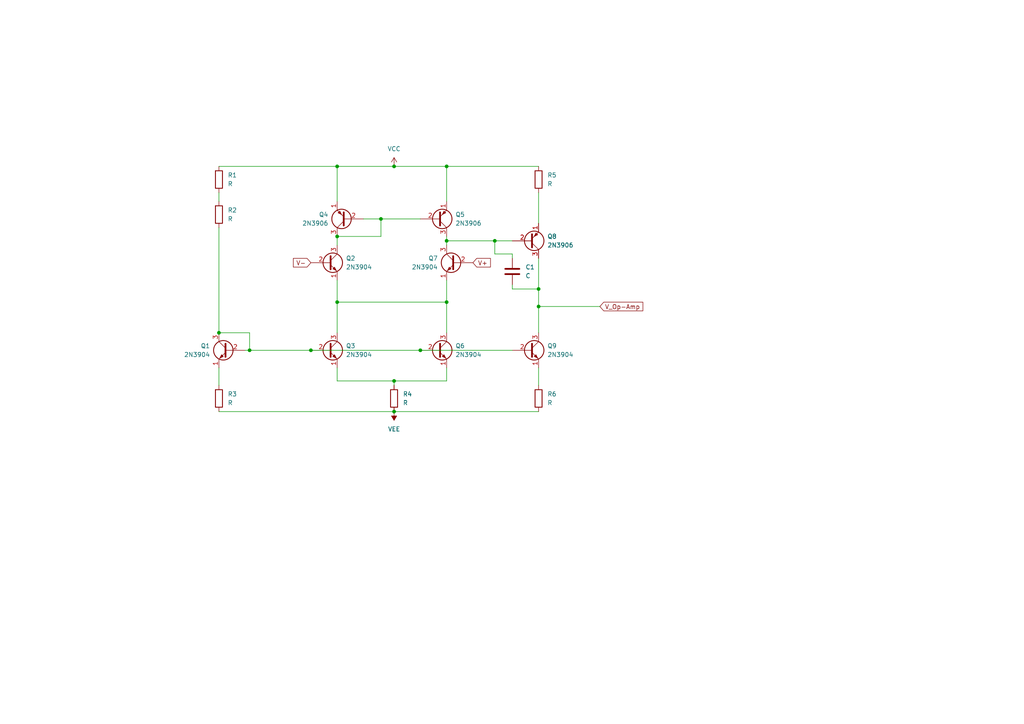
<source format=kicad_sch>
(kicad_sch
	(version 20231120)
	(generator "eeschema")
	(generator_version "8.0")
	(uuid "eed63b0f-427e-43a5-8eb2-a64b999ffa0d")
	(paper "A4")
	(lib_symbols
		(symbol "Device:C"
			(pin_numbers hide)
			(pin_names
				(offset 0.254)
			)
			(exclude_from_sim no)
			(in_bom yes)
			(on_board yes)
			(property "Reference" "C"
				(at 0.635 2.54 0)
				(effects
					(font
						(size 1.27 1.27)
					)
					(justify left)
				)
			)
			(property "Value" "C"
				(at 0.635 -2.54 0)
				(effects
					(font
						(size 1.27 1.27)
					)
					(justify left)
				)
			)
			(property "Footprint" ""
				(at 0.9652 -3.81 0)
				(effects
					(font
						(size 1.27 1.27)
					)
					(hide yes)
				)
			)
			(property "Datasheet" "~"
				(at 0 0 0)
				(effects
					(font
						(size 1.27 1.27)
					)
					(hide yes)
				)
			)
			(property "Description" "Unpolarized capacitor"
				(at 0 0 0)
				(effects
					(font
						(size 1.27 1.27)
					)
					(hide yes)
				)
			)
			(property "ki_keywords" "cap capacitor"
				(at 0 0 0)
				(effects
					(font
						(size 1.27 1.27)
					)
					(hide yes)
				)
			)
			(property "ki_fp_filters" "C_*"
				(at 0 0 0)
				(effects
					(font
						(size 1.27 1.27)
					)
					(hide yes)
				)
			)
			(symbol "C_0_1"
				(polyline
					(pts
						(xy -2.032 -0.762) (xy 2.032 -0.762)
					)
					(stroke
						(width 0.508)
						(type default)
					)
					(fill
						(type none)
					)
				)
				(polyline
					(pts
						(xy -2.032 0.762) (xy 2.032 0.762)
					)
					(stroke
						(width 0.508)
						(type default)
					)
					(fill
						(type none)
					)
				)
			)
			(symbol "C_1_1"
				(pin passive line
					(at 0 3.81 270)
					(length 2.794)
					(name "~"
						(effects
							(font
								(size 1.27 1.27)
							)
						)
					)
					(number "1"
						(effects
							(font
								(size 1.27 1.27)
							)
						)
					)
				)
				(pin passive line
					(at 0 -3.81 90)
					(length 2.794)
					(name "~"
						(effects
							(font
								(size 1.27 1.27)
							)
						)
					)
					(number "2"
						(effects
							(font
								(size 1.27 1.27)
							)
						)
					)
				)
			)
		)
		(symbol "Device:R"
			(pin_numbers hide)
			(pin_names
				(offset 0)
			)
			(exclude_from_sim no)
			(in_bom yes)
			(on_board yes)
			(property "Reference" "R"
				(at 2.032 0 90)
				(effects
					(font
						(size 1.27 1.27)
					)
				)
			)
			(property "Value" "R"
				(at 0 0 90)
				(effects
					(font
						(size 1.27 1.27)
					)
				)
			)
			(property "Footprint" ""
				(at -1.778 0 90)
				(effects
					(font
						(size 1.27 1.27)
					)
					(hide yes)
				)
			)
			(property "Datasheet" "~"
				(at 0 0 0)
				(effects
					(font
						(size 1.27 1.27)
					)
					(hide yes)
				)
			)
			(property "Description" "Resistor"
				(at 0 0 0)
				(effects
					(font
						(size 1.27 1.27)
					)
					(hide yes)
				)
			)
			(property "ki_keywords" "R res resistor"
				(at 0 0 0)
				(effects
					(font
						(size 1.27 1.27)
					)
					(hide yes)
				)
			)
			(property "ki_fp_filters" "R_*"
				(at 0 0 0)
				(effects
					(font
						(size 1.27 1.27)
					)
					(hide yes)
				)
			)
			(symbol "R_0_1"
				(rectangle
					(start -1.016 -2.54)
					(end 1.016 2.54)
					(stroke
						(width 0.254)
						(type default)
					)
					(fill
						(type none)
					)
				)
			)
			(symbol "R_1_1"
				(pin passive line
					(at 0 3.81 270)
					(length 1.27)
					(name "~"
						(effects
							(font
								(size 1.27 1.27)
							)
						)
					)
					(number "1"
						(effects
							(font
								(size 1.27 1.27)
							)
						)
					)
				)
				(pin passive line
					(at 0 -3.81 90)
					(length 1.27)
					(name "~"
						(effects
							(font
								(size 1.27 1.27)
							)
						)
					)
					(number "2"
						(effects
							(font
								(size 1.27 1.27)
							)
						)
					)
				)
			)
		)
		(symbol "Transistor_BJT:2N3904"
			(pin_names
				(offset 0) hide)
			(exclude_from_sim no)
			(in_bom yes)
			(on_board yes)
			(property "Reference" "Q"
				(at 5.08 1.905 0)
				(effects
					(font
						(size 1.27 1.27)
					)
					(justify left)
				)
			)
			(property "Value" "2N3904"
				(at 5.08 0 0)
				(effects
					(font
						(size 1.27 1.27)
					)
					(justify left)
				)
			)
			(property "Footprint" "Package_TO_SOT_THT:TO-92_Inline"
				(at 5.08 -1.905 0)
				(effects
					(font
						(size 1.27 1.27)
						(italic yes)
					)
					(justify left)
					(hide yes)
				)
			)
			(property "Datasheet" "https://www.onsemi.com/pub/Collateral/2N3903-D.PDF"
				(at 0 0 0)
				(effects
					(font
						(size 1.27 1.27)
					)
					(justify left)
					(hide yes)
				)
			)
			(property "Description" "0.2A Ic, 40V Vce, Small Signal NPN Transistor, TO-92"
				(at 0 0 0)
				(effects
					(font
						(size 1.27 1.27)
					)
					(hide yes)
				)
			)
			(property "ki_keywords" "NPN Transistor"
				(at 0 0 0)
				(effects
					(font
						(size 1.27 1.27)
					)
					(hide yes)
				)
			)
			(property "ki_fp_filters" "TO?92*"
				(at 0 0 0)
				(effects
					(font
						(size 1.27 1.27)
					)
					(hide yes)
				)
			)
			(symbol "2N3904_0_1"
				(polyline
					(pts
						(xy 0.635 0.635) (xy 2.54 2.54)
					)
					(stroke
						(width 0)
						(type default)
					)
					(fill
						(type none)
					)
				)
				(polyline
					(pts
						(xy 0.635 -0.635) (xy 2.54 -2.54) (xy 2.54 -2.54)
					)
					(stroke
						(width 0)
						(type default)
					)
					(fill
						(type none)
					)
				)
				(polyline
					(pts
						(xy 0.635 1.905) (xy 0.635 -1.905) (xy 0.635 -1.905)
					)
					(stroke
						(width 0.508)
						(type default)
					)
					(fill
						(type none)
					)
				)
				(polyline
					(pts
						(xy 1.27 -1.778) (xy 1.778 -1.27) (xy 2.286 -2.286) (xy 1.27 -1.778) (xy 1.27 -1.778)
					)
					(stroke
						(width 0)
						(type default)
					)
					(fill
						(type outline)
					)
				)
				(circle
					(center 1.27 0)
					(radius 2.8194)
					(stroke
						(width 0.254)
						(type default)
					)
					(fill
						(type none)
					)
				)
			)
			(symbol "2N3904_1_1"
				(pin passive line
					(at 2.54 -5.08 90)
					(length 2.54)
					(name "E"
						(effects
							(font
								(size 1.27 1.27)
							)
						)
					)
					(number "1"
						(effects
							(font
								(size 1.27 1.27)
							)
						)
					)
				)
				(pin passive line
					(at -5.08 0 0)
					(length 5.715)
					(name "B"
						(effects
							(font
								(size 1.27 1.27)
							)
						)
					)
					(number "2"
						(effects
							(font
								(size 1.27 1.27)
							)
						)
					)
				)
				(pin passive line
					(at 2.54 5.08 270)
					(length 2.54)
					(name "C"
						(effects
							(font
								(size 1.27 1.27)
							)
						)
					)
					(number "3"
						(effects
							(font
								(size 1.27 1.27)
							)
						)
					)
				)
			)
		)
		(symbol "Transistor_BJT:2N3906"
			(pin_names
				(offset 0) hide)
			(exclude_from_sim no)
			(in_bom yes)
			(on_board yes)
			(property "Reference" "Q"
				(at 5.08 1.905 0)
				(effects
					(font
						(size 1.27 1.27)
					)
					(justify left)
				)
			)
			(property "Value" "2N3906"
				(at 5.08 0 0)
				(effects
					(font
						(size 1.27 1.27)
					)
					(justify left)
				)
			)
			(property "Footprint" "Package_TO_SOT_THT:TO-92_Inline"
				(at 5.08 -1.905 0)
				(effects
					(font
						(size 1.27 1.27)
						(italic yes)
					)
					(justify left)
					(hide yes)
				)
			)
			(property "Datasheet" "https://www.onsemi.com/pub/Collateral/2N3906-D.PDF"
				(at 0 0 0)
				(effects
					(font
						(size 1.27 1.27)
					)
					(justify left)
					(hide yes)
				)
			)
			(property "Description" "-0.2A Ic, -40V Vce, Small Signal PNP Transistor, TO-92"
				(at 0 0 0)
				(effects
					(font
						(size 1.27 1.27)
					)
					(hide yes)
				)
			)
			(property "ki_keywords" "PNP Transistor"
				(at 0 0 0)
				(effects
					(font
						(size 1.27 1.27)
					)
					(hide yes)
				)
			)
			(property "ki_fp_filters" "TO?92*"
				(at 0 0 0)
				(effects
					(font
						(size 1.27 1.27)
					)
					(hide yes)
				)
			)
			(symbol "2N3906_0_1"
				(polyline
					(pts
						(xy 0.635 0.635) (xy 2.54 2.54)
					)
					(stroke
						(width 0)
						(type default)
					)
					(fill
						(type none)
					)
				)
				(polyline
					(pts
						(xy 0.635 -0.635) (xy 2.54 -2.54) (xy 2.54 -2.54)
					)
					(stroke
						(width 0)
						(type default)
					)
					(fill
						(type none)
					)
				)
				(polyline
					(pts
						(xy 0.635 1.905) (xy 0.635 -1.905) (xy 0.635 -1.905)
					)
					(stroke
						(width 0.508)
						(type default)
					)
					(fill
						(type none)
					)
				)
				(polyline
					(pts
						(xy 2.286 -1.778) (xy 1.778 -2.286) (xy 1.27 -1.27) (xy 2.286 -1.778) (xy 2.286 -1.778)
					)
					(stroke
						(width 0)
						(type default)
					)
					(fill
						(type outline)
					)
				)
				(circle
					(center 1.27 0)
					(radius 2.8194)
					(stroke
						(width 0.254)
						(type default)
					)
					(fill
						(type none)
					)
				)
			)
			(symbol "2N3906_1_1"
				(pin passive line
					(at 2.54 -5.08 90)
					(length 2.54)
					(name "E"
						(effects
							(font
								(size 1.27 1.27)
							)
						)
					)
					(number "1"
						(effects
							(font
								(size 1.27 1.27)
							)
						)
					)
				)
				(pin input line
					(at -5.08 0 0)
					(length 5.715)
					(name "B"
						(effects
							(font
								(size 1.27 1.27)
							)
						)
					)
					(number "2"
						(effects
							(font
								(size 1.27 1.27)
							)
						)
					)
				)
				(pin passive line
					(at 2.54 5.08 270)
					(length 2.54)
					(name "C"
						(effects
							(font
								(size 1.27 1.27)
							)
						)
					)
					(number "3"
						(effects
							(font
								(size 1.27 1.27)
							)
						)
					)
				)
			)
		)
		(symbol "power:VCC"
			(power)
			(pin_numbers hide)
			(pin_names
				(offset 0) hide)
			(exclude_from_sim no)
			(in_bom yes)
			(on_board yes)
			(property "Reference" "#PWR"
				(at 0 -3.81 0)
				(effects
					(font
						(size 1.27 1.27)
					)
					(hide yes)
				)
			)
			(property "Value" "VCC"
				(at 0 3.556 0)
				(effects
					(font
						(size 1.27 1.27)
					)
				)
			)
			(property "Footprint" ""
				(at 0 0 0)
				(effects
					(font
						(size 1.27 1.27)
					)
					(hide yes)
				)
			)
			(property "Datasheet" ""
				(at 0 0 0)
				(effects
					(font
						(size 1.27 1.27)
					)
					(hide yes)
				)
			)
			(property "Description" "Power symbol creates a global label with name \"VCC\""
				(at 0 0 0)
				(effects
					(font
						(size 1.27 1.27)
					)
					(hide yes)
				)
			)
			(property "ki_keywords" "global power"
				(at 0 0 0)
				(effects
					(font
						(size 1.27 1.27)
					)
					(hide yes)
				)
			)
			(symbol "VCC_0_1"
				(polyline
					(pts
						(xy -0.762 1.27) (xy 0 2.54)
					)
					(stroke
						(width 0)
						(type default)
					)
					(fill
						(type none)
					)
				)
				(polyline
					(pts
						(xy 0 0) (xy 0 2.54)
					)
					(stroke
						(width 0)
						(type default)
					)
					(fill
						(type none)
					)
				)
				(polyline
					(pts
						(xy 0 2.54) (xy 0.762 1.27)
					)
					(stroke
						(width 0)
						(type default)
					)
					(fill
						(type none)
					)
				)
			)
			(symbol "VCC_1_1"
				(pin power_in line
					(at 0 0 90)
					(length 0)
					(name "~"
						(effects
							(font
								(size 1.27 1.27)
							)
						)
					)
					(number "1"
						(effects
							(font
								(size 1.27 1.27)
							)
						)
					)
				)
			)
		)
		(symbol "power:VEE"
			(power)
			(pin_numbers hide)
			(pin_names
				(offset 0) hide)
			(exclude_from_sim no)
			(in_bom yes)
			(on_board yes)
			(property "Reference" "#PWR"
				(at 0 -3.81 0)
				(effects
					(font
						(size 1.27 1.27)
					)
					(hide yes)
				)
			)
			(property "Value" "VEE"
				(at 0 3.556 0)
				(effects
					(font
						(size 1.27 1.27)
					)
				)
			)
			(property "Footprint" ""
				(at 0 0 0)
				(effects
					(font
						(size 1.27 1.27)
					)
					(hide yes)
				)
			)
			(property "Datasheet" ""
				(at 0 0 0)
				(effects
					(font
						(size 1.27 1.27)
					)
					(hide yes)
				)
			)
			(property "Description" "Power symbol creates a global label with name \"VEE\""
				(at 0 0 0)
				(effects
					(font
						(size 1.27 1.27)
					)
					(hide yes)
				)
			)
			(property "ki_keywords" "global power"
				(at 0 0 0)
				(effects
					(font
						(size 1.27 1.27)
					)
					(hide yes)
				)
			)
			(symbol "VEE_0_1"
				(polyline
					(pts
						(xy 0 0) (xy 0 2.54)
					)
					(stroke
						(width 0)
						(type default)
					)
					(fill
						(type none)
					)
				)
				(polyline
					(pts
						(xy 0.762 1.27) (xy -0.762 1.27) (xy 0 2.54) (xy 0.762 1.27)
					)
					(stroke
						(width 0)
						(type default)
					)
					(fill
						(type outline)
					)
				)
			)
			(symbol "VEE_1_1"
				(pin power_in line
					(at 0 0 90)
					(length 0)
					(name "~"
						(effects
							(font
								(size 1.27 1.27)
							)
						)
					)
					(number "1"
						(effects
							(font
								(size 1.27 1.27)
							)
						)
					)
				)
			)
		)
	)
	(junction
		(at 110.49 63.5)
		(diameter 0)
		(color 0 0 0 0)
		(uuid "1105f2fc-9026-4e1d-818a-3c3a2d971fc6")
	)
	(junction
		(at 97.79 87.63)
		(diameter 0)
		(color 0 0 0 0)
		(uuid "220f2bf2-7ee8-4c15-b29b-d6c84f2d7130")
	)
	(junction
		(at 143.51 69.85)
		(diameter 0)
		(color 0 0 0 0)
		(uuid "30e13939-1dcb-4a96-9dbf-91aaa6c22b4a")
	)
	(junction
		(at 156.21 88.9)
		(diameter 0)
		(color 0 0 0 0)
		(uuid "4806de19-ad28-4bdf-a882-1f7277823e2b")
	)
	(junction
		(at 114.3 119.38)
		(diameter 0)
		(color 0 0 0 0)
		(uuid "49220194-51df-4f8a-8e46-fb1892a98377")
	)
	(junction
		(at 97.79 48.26)
		(diameter 0)
		(color 0 0 0 0)
		(uuid "55b5ba0e-80d7-483b-99ca-dc7e675fce33")
	)
	(junction
		(at 156.21 83.82)
		(diameter 0)
		(color 0 0 0 0)
		(uuid "5a1bebbc-3609-4a17-9ae2-80a185a5cc8d")
	)
	(junction
		(at 129.54 48.26)
		(diameter 0)
		(color 0 0 0 0)
		(uuid "753d3376-f6ba-4c78-8b79-706079b3e4c3")
	)
	(junction
		(at 129.54 69.85)
		(diameter 0)
		(color 0 0 0 0)
		(uuid "9f05ebf9-d2e8-4cff-a954-d3d3702d5c1f")
	)
	(junction
		(at 114.3 48.26)
		(diameter 0)
		(color 0 0 0 0)
		(uuid "a2f607a3-cc87-4e35-b921-975937b2c5a4")
	)
	(junction
		(at 129.54 87.63)
		(diameter 0)
		(color 0 0 0 0)
		(uuid "a30bc192-2bcd-4177-9f63-b2e9f818f858")
	)
	(junction
		(at 90.17 101.6)
		(diameter 0)
		(color 0 0 0 0)
		(uuid "ab450a12-eafe-4d64-9039-2b3013e663ff")
	)
	(junction
		(at 63.5 96.52)
		(diameter 0)
		(color 0 0 0 0)
		(uuid "bc2681d8-bcd3-47b2-b6f7-903a97f4b51f")
	)
	(junction
		(at 72.39 101.6)
		(diameter 0)
		(color 0 0 0 0)
		(uuid "c5617cb3-1129-4ea0-b2ea-411c8407f15c")
	)
	(junction
		(at 114.3 110.49)
		(diameter 0)
		(color 0 0 0 0)
		(uuid "dc3529c6-cb09-4719-ae73-5ed29f2d16b0")
	)
	(junction
		(at 121.92 101.6)
		(diameter 0)
		(color 0 0 0 0)
		(uuid "e4c2b728-7a7c-4461-8d4d-1aeaf480e799")
	)
	(junction
		(at 97.79 68.58)
		(diameter 0)
		(color 0 0 0 0)
		(uuid "fdff08f1-fd79-4fb8-ae02-e38a024eb4c3")
	)
	(wire
		(pts
			(xy 129.54 69.85) (xy 143.51 69.85)
		)
		(stroke
			(width 0)
			(type default)
		)
		(uuid "05ec5f8b-01fc-4297-bd2d-62c890993db4")
	)
	(wire
		(pts
			(xy 129.54 87.63) (xy 129.54 96.52)
		)
		(stroke
			(width 0)
			(type default)
		)
		(uuid "09ce2af2-ff4a-40df-a550-6850750ceba8")
	)
	(wire
		(pts
			(xy 129.54 48.26) (xy 129.54 58.42)
		)
		(stroke
			(width 0)
			(type default)
		)
		(uuid "0d2d92e0-3eb5-44ab-bbdc-18ae9d40a25c")
	)
	(wire
		(pts
			(xy 148.59 73.66) (xy 148.59 74.93)
		)
		(stroke
			(width 0)
			(type default)
		)
		(uuid "0de5f2d2-934d-4c1c-a757-35fdd4598de9")
	)
	(wire
		(pts
			(xy 148.59 82.55) (xy 148.59 83.82)
		)
		(stroke
			(width 0)
			(type default)
		)
		(uuid "16c26efc-5a94-41b5-87b5-8a3e31973707")
	)
	(wire
		(pts
			(xy 129.54 110.49) (xy 129.54 106.68)
		)
		(stroke
			(width 0)
			(type default)
		)
		(uuid "1b641b11-2dbe-4057-a6d1-2e8026b0bb2c")
	)
	(wire
		(pts
			(xy 97.79 110.49) (xy 114.3 110.49)
		)
		(stroke
			(width 0)
			(type default)
		)
		(uuid "1c492cca-5b58-4bc5-8945-2d23e7f6142c")
	)
	(wire
		(pts
			(xy 156.21 55.88) (xy 156.21 64.77)
		)
		(stroke
			(width 0)
			(type default)
		)
		(uuid "1cf90091-33bb-49ff-8512-4c4cd226834f")
	)
	(wire
		(pts
			(xy 148.59 83.82) (xy 156.21 83.82)
		)
		(stroke
			(width 0)
			(type default)
		)
		(uuid "255b5bb5-225c-4bad-a165-4d1dcf48ea3e")
	)
	(wire
		(pts
			(xy 97.79 81.28) (xy 97.79 87.63)
		)
		(stroke
			(width 0)
			(type default)
		)
		(uuid "26685148-2c90-4957-8916-a69ec12aa739")
	)
	(wire
		(pts
			(xy 97.79 106.68) (xy 97.79 110.49)
		)
		(stroke
			(width 0)
			(type default)
		)
		(uuid "276ce0c6-cce3-4fde-9a25-38d35c131cba")
	)
	(wire
		(pts
			(xy 105.41 63.5) (xy 110.49 63.5)
		)
		(stroke
			(width 0)
			(type default)
		)
		(uuid "2ce3e18d-d272-4eee-8ad5-83e933d922c1")
	)
	(wire
		(pts
			(xy 63.5 119.38) (xy 114.3 119.38)
		)
		(stroke
			(width 0)
			(type default)
		)
		(uuid "314210a1-17a3-4894-9774-6f275b4ead5f")
	)
	(wire
		(pts
			(xy 97.79 87.63) (xy 97.79 96.52)
		)
		(stroke
			(width 0)
			(type default)
		)
		(uuid "3171dfa5-4c88-49c8-aef9-fd3726a59a58")
	)
	(wire
		(pts
			(xy 90.17 101.6) (xy 121.92 101.6)
		)
		(stroke
			(width 0)
			(type default)
		)
		(uuid "35b317ba-c82a-43d4-aa7f-16a07187aad9")
	)
	(wire
		(pts
			(xy 114.3 110.49) (xy 129.54 110.49)
		)
		(stroke
			(width 0)
			(type default)
		)
		(uuid "418fcef4-810c-48ce-95e5-1058d3ea1b17")
	)
	(wire
		(pts
			(xy 97.79 48.26) (xy 97.79 58.42)
		)
		(stroke
			(width 0)
			(type default)
		)
		(uuid "4609616a-d740-40d7-9e60-9e2df345e7ee")
	)
	(wire
		(pts
			(xy 114.3 48.26) (xy 129.54 48.26)
		)
		(stroke
			(width 0)
			(type default)
		)
		(uuid "53314ebf-49d9-46db-a749-2d343f8756e9")
	)
	(wire
		(pts
			(xy 63.5 96.52) (xy 72.39 96.52)
		)
		(stroke
			(width 0)
			(type default)
		)
		(uuid "57c71a9f-d7bd-41aa-be49-a13b0fd29718")
	)
	(wire
		(pts
			(xy 72.39 96.52) (xy 72.39 101.6)
		)
		(stroke
			(width 0)
			(type default)
		)
		(uuid "59754750-3c5b-4ffc-8004-aec13eab3c4a")
	)
	(wire
		(pts
			(xy 129.54 68.58) (xy 129.54 69.85)
		)
		(stroke
			(width 0)
			(type default)
		)
		(uuid "5ae4d59b-23d7-4c82-ad2f-07ed9159e1d9")
	)
	(wire
		(pts
			(xy 156.21 106.68) (xy 156.21 111.76)
		)
		(stroke
			(width 0)
			(type default)
		)
		(uuid "6623d7e2-b82c-43a3-90f3-9fec9f60ced0")
	)
	(wire
		(pts
			(xy 129.54 48.26) (xy 156.21 48.26)
		)
		(stroke
			(width 0)
			(type default)
		)
		(uuid "691196f5-1a82-4a6d-9700-40e6a8732832")
	)
	(wire
		(pts
			(xy 156.21 88.9) (xy 173.99 88.9)
		)
		(stroke
			(width 0)
			(type default)
		)
		(uuid "7233d2a3-6e55-430e-bc23-0f7da8f7654f")
	)
	(wire
		(pts
			(xy 63.5 55.88) (xy 63.5 58.42)
		)
		(stroke
			(width 0)
			(type default)
		)
		(uuid "73044b88-29ae-40ca-bdb1-8bdf57cbcd54")
	)
	(wire
		(pts
			(xy 143.51 73.66) (xy 143.51 69.85)
		)
		(stroke
			(width 0)
			(type default)
		)
		(uuid "78006e4b-87cc-4ee2-ae1a-5ec6c80c6e5f")
	)
	(wire
		(pts
			(xy 114.3 119.38) (xy 156.21 119.38)
		)
		(stroke
			(width 0)
			(type default)
		)
		(uuid "7c4b99ca-1fc1-4fb8-bc23-3513e158fca8")
	)
	(wire
		(pts
			(xy 72.39 101.6) (xy 90.17 101.6)
		)
		(stroke
			(width 0)
			(type default)
		)
		(uuid "7f3bae98-3b72-4523-a0c5-4f4a3568b82b")
	)
	(wire
		(pts
			(xy 129.54 87.63) (xy 129.54 81.28)
		)
		(stroke
			(width 0)
			(type default)
		)
		(uuid "8717b920-417d-446c-be53-a90a7894101a")
	)
	(wire
		(pts
			(xy 114.3 110.49) (xy 114.3 111.76)
		)
		(stroke
			(width 0)
			(type default)
		)
		(uuid "8fd87de1-b64a-4942-98e9-66e346c9b7c7")
	)
	(wire
		(pts
			(xy 110.49 68.58) (xy 110.49 63.5)
		)
		(stroke
			(width 0)
			(type default)
		)
		(uuid "95be2869-e73d-495c-9250-d1b577fa648f")
	)
	(wire
		(pts
			(xy 156.21 83.82) (xy 156.21 88.9)
		)
		(stroke
			(width 0)
			(type default)
		)
		(uuid "9b604854-9476-4176-aa1f-c49dbe4d67cb")
	)
	(wire
		(pts
			(xy 97.79 87.63) (xy 129.54 87.63)
		)
		(stroke
			(width 0)
			(type default)
		)
		(uuid "a8289ff8-0951-40c4-be89-0e80c869c81b")
	)
	(wire
		(pts
			(xy 156.21 74.93) (xy 156.21 83.82)
		)
		(stroke
			(width 0)
			(type default)
		)
		(uuid "abc2e06a-ea6b-4130-b9ee-460ecced3f0b")
	)
	(wire
		(pts
			(xy 156.21 88.9) (xy 156.21 96.52)
		)
		(stroke
			(width 0)
			(type default)
		)
		(uuid "b2ebbd89-5823-4c09-acf3-e1cdff506e60")
	)
	(wire
		(pts
			(xy 63.5 66.04) (xy 63.5 96.52)
		)
		(stroke
			(width 0)
			(type default)
		)
		(uuid "b6b84f27-55b4-4dfd-b1eb-c203db76e1a5")
	)
	(wire
		(pts
			(xy 63.5 48.26) (xy 97.79 48.26)
		)
		(stroke
			(width 0)
			(type default)
		)
		(uuid "c37c4947-54ea-4d3a-a8f6-927b9ce232e1")
	)
	(wire
		(pts
			(xy 121.92 101.6) (xy 148.59 101.6)
		)
		(stroke
			(width 0)
			(type default)
		)
		(uuid "cb8dd869-0ca8-4875-ab4a-b52d1644ebd8")
	)
	(wire
		(pts
			(xy 110.49 63.5) (xy 121.92 63.5)
		)
		(stroke
			(width 0)
			(type default)
		)
		(uuid "cbbb6d6e-2494-451c-ac45-2f21900b2c4e")
	)
	(wire
		(pts
			(xy 97.79 68.58) (xy 110.49 68.58)
		)
		(stroke
			(width 0)
			(type default)
		)
		(uuid "cd01d41f-055b-4d37-aa7f-2c91748124e4")
	)
	(wire
		(pts
			(xy 97.79 48.26) (xy 114.3 48.26)
		)
		(stroke
			(width 0)
			(type default)
		)
		(uuid "cec8a90e-8d29-470e-b4a7-ad041cd35912")
	)
	(wire
		(pts
			(xy 63.5 106.68) (xy 63.5 111.76)
		)
		(stroke
			(width 0)
			(type default)
		)
		(uuid "d0e45710-f053-4999-a822-8fb088a7bb20")
	)
	(wire
		(pts
			(xy 148.59 69.85) (xy 143.51 69.85)
		)
		(stroke
			(width 0)
			(type default)
		)
		(uuid "d603cef4-a767-4884-aee7-a6363a675ede")
	)
	(wire
		(pts
			(xy 129.54 69.85) (xy 129.54 71.12)
		)
		(stroke
			(width 0)
			(type default)
		)
		(uuid "ec89088b-67d0-4129-aaf7-2ed2ecc60003")
	)
	(wire
		(pts
			(xy 97.79 68.58) (xy 97.79 71.12)
		)
		(stroke
			(width 0)
			(type default)
		)
		(uuid "f0f7e803-d7ec-4f4d-a931-91af62a455d3")
	)
	(wire
		(pts
			(xy 71.12 101.6) (xy 72.39 101.6)
		)
		(stroke
			(width 0)
			(type default)
		)
		(uuid "f28fb38f-33f3-42d7-9b30-0eb5a584a008")
	)
	(wire
		(pts
			(xy 148.59 73.66) (xy 143.51 73.66)
		)
		(stroke
			(width 0)
			(type default)
		)
		(uuid "f8d0d17c-9cee-4b8e-a0ea-309b6199823f")
	)
	(global_label "V_Op-Amp"
		(shape input)
		(at 173.99 88.9 0)
		(fields_autoplaced yes)
		(effects
			(font
				(size 1.27 1.27)
			)
			(justify left)
		)
		(uuid "1bc01c0a-3ce8-4080-92e0-ff49893e2f20")
		(property "Intersheetrefs" "${INTERSHEET_REFS}"
			(at 187.0142 88.9 0)
			(effects
				(font
					(size 1.27 1.27)
				)
				(justify left)
				(hide yes)
			)
		)
	)
	(global_label "V+"
		(shape input)
		(at 137.16 76.2 0)
		(fields_autoplaced yes)
		(effects
			(font
				(size 1.27 1.27)
			)
			(justify left)
		)
		(uuid "2cd3a4d6-87af-4ead-8d74-dbe75ad9b0da")
		(property "Intersheetrefs" "${INTERSHEET_REFS}"
			(at 142.8062 76.2 0)
			(effects
				(font
					(size 1.27 1.27)
				)
				(justify left)
				(hide yes)
			)
		)
	)
	(global_label "V-"
		(shape input)
		(at 90.17 76.2 180)
		(fields_autoplaced yes)
		(effects
			(font
				(size 1.27 1.27)
			)
			(justify right)
		)
		(uuid "3012c776-323a-4612-a5d6-da71903bbb63")
		(property "Intersheetrefs" "${INTERSHEET_REFS}"
			(at 84.5238 76.2 0)
			(effects
				(font
					(size 1.27 1.27)
				)
				(justify right)
				(hide yes)
			)
		)
	)
	(symbol
		(lib_id "Device:R")
		(at 63.5 52.07 0)
		(unit 1)
		(exclude_from_sim no)
		(in_bom yes)
		(on_board yes)
		(dnp no)
		(fields_autoplaced yes)
		(uuid "03d1c32e-a2de-402d-8678-4fae2b298014")
		(property "Reference" "R1"
			(at 66.04 50.7999 0)
			(effects
				(font
					(size 1.27 1.27)
				)
				(justify left)
			)
		)
		(property "Value" "R"
			(at 66.04 53.3399 0)
			(effects
				(font
					(size 1.27 1.27)
				)
				(justify left)
			)
		)
		(property "Footprint" ""
			(at 61.722 52.07 90)
			(effects
				(font
					(size 1.27 1.27)
				)
				(hide yes)
			)
		)
		(property "Datasheet" "~"
			(at 63.5 52.07 0)
			(effects
				(font
					(size 1.27 1.27)
				)
				(hide yes)
			)
		)
		(property "Description" "Resistor"
			(at 63.5 52.07 0)
			(effects
				(font
					(size 1.27 1.27)
				)
				(hide yes)
			)
		)
		(pin "2"
			(uuid "4ee4539f-9e3d-4b58-aa10-9f0e45542cae")
		)
		(pin "1"
			(uuid "9006d1e6-0cac-4b52-a1c3-0850ab2c77a2")
		)
		(instances
			(project "ECE 3660 Design Project"
				(path "/ae7489fb-4acd-4c47-9498-30070a4fb91b/d35e8965-c723-4eb0-9f76-96e1d82904a7"
					(reference "R1")
					(unit 1)
				)
			)
		)
	)
	(symbol
		(lib_id "Transistor_BJT:2N3904")
		(at 127 101.6 0)
		(unit 1)
		(exclude_from_sim no)
		(in_bom yes)
		(on_board yes)
		(dnp no)
		(fields_autoplaced yes)
		(uuid "0eb33ca1-73a9-4be2-84bb-d9c1d01bd10a")
		(property "Reference" "Q6"
			(at 132.08 100.3299 0)
			(effects
				(font
					(size 1.27 1.27)
				)
				(justify left)
			)
		)
		(property "Value" "2N3904"
			(at 132.08 102.8699 0)
			(effects
				(font
					(size 1.27 1.27)
				)
				(justify left)
			)
		)
		(property "Footprint" "Package_TO_SOT_THT:TO-92_Inline"
			(at 132.08 103.505 0)
			(effects
				(font
					(size 1.27 1.27)
					(italic yes)
				)
				(justify left)
				(hide yes)
			)
		)
		(property "Datasheet" "https://www.onsemi.com/pub/Collateral/2N3903-D.PDF"
			(at 127 101.6 0)
			(effects
				(font
					(size 1.27 1.27)
				)
				(justify left)
				(hide yes)
			)
		)
		(property "Description" "0.2A Ic, 40V Vce, Small Signal NPN Transistor, TO-92"
			(at 127 101.6 0)
			(effects
				(font
					(size 1.27 1.27)
				)
				(hide yes)
			)
		)
		(pin "2"
			(uuid "cf053b31-f7c9-4be7-9446-5ea4795b6a0d")
		)
		(pin "3"
			(uuid "d822a957-c0a3-4f0c-be7d-7f715ed9f7ef")
		)
		(pin "1"
			(uuid "5a6a96cb-48b1-4647-b9f0-d5ee983bfca9")
		)
		(instances
			(project "ECE 3660 Design Project"
				(path "/ae7489fb-4acd-4c47-9498-30070a4fb91b/d35e8965-c723-4eb0-9f76-96e1d82904a7"
					(reference "Q6")
					(unit 1)
				)
			)
		)
	)
	(symbol
		(lib_id "Transistor_BJT:2N3904")
		(at 132.08 76.2 0)
		(mirror y)
		(unit 1)
		(exclude_from_sim no)
		(in_bom yes)
		(on_board yes)
		(dnp no)
		(uuid "20c445c6-53b9-4b7f-82d3-11cf4df8ca4e")
		(property "Reference" "Q7"
			(at 127 74.9299 0)
			(effects
				(font
					(size 1.27 1.27)
				)
				(justify left)
			)
		)
		(property "Value" "2N3904"
			(at 127 77.4699 0)
			(effects
				(font
					(size 1.27 1.27)
				)
				(justify left)
			)
		)
		(property "Footprint" "Package_TO_SOT_THT:TO-92_Inline"
			(at 127 78.105 0)
			(effects
				(font
					(size 1.27 1.27)
					(italic yes)
				)
				(justify left)
				(hide yes)
			)
		)
		(property "Datasheet" "https://www.onsemi.com/pub/Collateral/2N3903-D.PDF"
			(at 132.08 76.2 0)
			(effects
				(font
					(size 1.27 1.27)
				)
				(justify left)
				(hide yes)
			)
		)
		(property "Description" "0.2A Ic, 40V Vce, Small Signal NPN Transistor, TO-92"
			(at 132.08 76.2 0)
			(effects
				(font
					(size 1.27 1.27)
				)
				(hide yes)
			)
		)
		(pin "2"
			(uuid "2fd88e84-8d15-4e1c-b156-9118570c82c1")
		)
		(pin "3"
			(uuid "2fa73f32-6504-4288-a0ab-0a5bb9ddad97")
		)
		(pin "1"
			(uuid "04b5bacf-4b9b-4bf3-bf0f-2e970c3fe29b")
		)
		(instances
			(project "ECE 3660 Design Project"
				(path "/ae7489fb-4acd-4c47-9498-30070a4fb91b/d35e8965-c723-4eb0-9f76-96e1d82904a7"
					(reference "Q7")
					(unit 1)
				)
			)
		)
	)
	(symbol
		(lib_id "Transistor_BJT:2N3906")
		(at 127 63.5 0)
		(mirror x)
		(unit 1)
		(exclude_from_sim no)
		(in_bom yes)
		(on_board yes)
		(dnp no)
		(uuid "27ba08f8-29e6-44c1-ba6b-48769bc63d67")
		(property "Reference" "Q5"
			(at 132.08 62.2299 0)
			(effects
				(font
					(size 1.27 1.27)
				)
				(justify left)
			)
		)
		(property "Value" "2N3906"
			(at 132.08 64.7699 0)
			(effects
				(font
					(size 1.27 1.27)
				)
				(justify left)
			)
		)
		(property "Footprint" "Package_TO_SOT_THT:TO-92_Inline"
			(at 132.08 61.595 0)
			(effects
				(font
					(size 1.27 1.27)
					(italic yes)
				)
				(justify left)
				(hide yes)
			)
		)
		(property "Datasheet" "https://www.onsemi.com/pub/Collateral/2N3906-D.PDF"
			(at 127 63.5 0)
			(effects
				(font
					(size 1.27 1.27)
				)
				(justify left)
				(hide yes)
			)
		)
		(property "Description" "-0.2A Ic, -40V Vce, Small Signal PNP Transistor, TO-92"
			(at 127 63.5 0)
			(effects
				(font
					(size 1.27 1.27)
				)
				(hide yes)
			)
		)
		(pin "1"
			(uuid "8938b738-62b7-4a50-9931-18271ebcca48")
		)
		(pin "2"
			(uuid "873f48df-157d-445c-9602-fa4abc7b23c3")
		)
		(pin "3"
			(uuid "47745b80-85d3-46a6-a4bb-29e97790fca8")
		)
		(instances
			(project "ECE 3660 Design Project"
				(path "/ae7489fb-4acd-4c47-9498-30070a4fb91b/d35e8965-c723-4eb0-9f76-96e1d82904a7"
					(reference "Q5")
					(unit 1)
				)
			)
		)
	)
	(symbol
		(lib_id "Device:R")
		(at 114.3 115.57 0)
		(unit 1)
		(exclude_from_sim no)
		(in_bom yes)
		(on_board yes)
		(dnp no)
		(fields_autoplaced yes)
		(uuid "28a38e0c-9780-4a4d-aaf0-07df4b07e778")
		(property "Reference" "R4"
			(at 116.84 114.2999 0)
			(effects
				(font
					(size 1.27 1.27)
				)
				(justify left)
			)
		)
		(property "Value" "R"
			(at 116.84 116.8399 0)
			(effects
				(font
					(size 1.27 1.27)
				)
				(justify left)
			)
		)
		(property "Footprint" ""
			(at 112.522 115.57 90)
			(effects
				(font
					(size 1.27 1.27)
				)
				(hide yes)
			)
		)
		(property "Datasheet" "~"
			(at 114.3 115.57 0)
			(effects
				(font
					(size 1.27 1.27)
				)
				(hide yes)
			)
		)
		(property "Description" "Resistor"
			(at 114.3 115.57 0)
			(effects
				(font
					(size 1.27 1.27)
				)
				(hide yes)
			)
		)
		(pin "2"
			(uuid "663dd051-722b-4eb0-b345-37f21c2ac295")
		)
		(pin "1"
			(uuid "0665dd0d-2edd-4683-af3d-d1eee4786c11")
		)
		(instances
			(project "ECE 3660 Design Project"
				(path "/ae7489fb-4acd-4c47-9498-30070a4fb91b/d35e8965-c723-4eb0-9f76-96e1d82904a7"
					(reference "R4")
					(unit 1)
				)
			)
		)
	)
	(symbol
		(lib_id "power:VCC")
		(at 114.3 48.26 0)
		(unit 1)
		(exclude_from_sim no)
		(in_bom yes)
		(on_board yes)
		(dnp no)
		(fields_autoplaced yes)
		(uuid "308e2302-a90f-4169-94d4-548f201aa3c5")
		(property "Reference" "#PWR01"
			(at 114.3 52.07 0)
			(effects
				(font
					(size 1.27 1.27)
				)
				(hide yes)
			)
		)
		(property "Value" "VCC"
			(at 114.3 43.18 0)
			(effects
				(font
					(size 1.27 1.27)
				)
			)
		)
		(property "Footprint" ""
			(at 114.3 48.26 0)
			(effects
				(font
					(size 1.27 1.27)
				)
				(hide yes)
			)
		)
		(property "Datasheet" ""
			(at 114.3 48.26 0)
			(effects
				(font
					(size 1.27 1.27)
				)
				(hide yes)
			)
		)
		(property "Description" "Power symbol creates a global label with name \"VCC\""
			(at 114.3 48.26 0)
			(effects
				(font
					(size 1.27 1.27)
				)
				(hide yes)
			)
		)
		(pin "1"
			(uuid "13d1850c-59a4-4ff1-9da8-f7e5e838d200")
		)
		(instances
			(project "ECE 3660 Design Project"
				(path "/ae7489fb-4acd-4c47-9498-30070a4fb91b/d35e8965-c723-4eb0-9f76-96e1d82904a7"
					(reference "#PWR01")
					(unit 1)
				)
			)
		)
	)
	(symbol
		(lib_id "Device:R")
		(at 156.21 115.57 0)
		(unit 1)
		(exclude_from_sim no)
		(in_bom yes)
		(on_board yes)
		(dnp no)
		(fields_autoplaced yes)
		(uuid "65fbd52b-51a8-4c52-b4f4-f91e488541b6")
		(property "Reference" "R6"
			(at 158.75 114.2999 0)
			(effects
				(font
					(size 1.27 1.27)
				)
				(justify left)
			)
		)
		(property "Value" "R"
			(at 158.75 116.8399 0)
			(effects
				(font
					(size 1.27 1.27)
				)
				(justify left)
			)
		)
		(property "Footprint" ""
			(at 154.432 115.57 90)
			(effects
				(font
					(size 1.27 1.27)
				)
				(hide yes)
			)
		)
		(property "Datasheet" "~"
			(at 156.21 115.57 0)
			(effects
				(font
					(size 1.27 1.27)
				)
				(hide yes)
			)
		)
		(property "Description" "Resistor"
			(at 156.21 115.57 0)
			(effects
				(font
					(size 1.27 1.27)
				)
				(hide yes)
			)
		)
		(pin "2"
			(uuid "3ecd5910-e3a0-4b9b-8435-980237c0c889")
		)
		(pin "1"
			(uuid "e493cc77-4f70-4d13-999c-e5df76179c5c")
		)
		(instances
			(project "ECE 3660 Design Project"
				(path "/ae7489fb-4acd-4c47-9498-30070a4fb91b/d35e8965-c723-4eb0-9f76-96e1d82904a7"
					(reference "R6")
					(unit 1)
				)
			)
		)
	)
	(symbol
		(lib_id "Transistor_BJT:2N3904")
		(at 95.25 76.2 0)
		(unit 1)
		(exclude_from_sim no)
		(in_bom yes)
		(on_board yes)
		(dnp no)
		(fields_autoplaced yes)
		(uuid "74ada8a2-5e9b-44d8-a3b2-76db4625524f")
		(property "Reference" "Q2"
			(at 100.33 74.9299 0)
			(effects
				(font
					(size 1.27 1.27)
				)
				(justify left)
			)
		)
		(property "Value" "2N3904"
			(at 100.33 77.4699 0)
			(effects
				(font
					(size 1.27 1.27)
				)
				(justify left)
			)
		)
		(property "Footprint" "Package_TO_SOT_THT:TO-92_Inline"
			(at 100.33 78.105 0)
			(effects
				(font
					(size 1.27 1.27)
					(italic yes)
				)
				(justify left)
				(hide yes)
			)
		)
		(property "Datasheet" "https://www.onsemi.com/pub/Collateral/2N3903-D.PDF"
			(at 95.25 76.2 0)
			(effects
				(font
					(size 1.27 1.27)
				)
				(justify left)
				(hide yes)
			)
		)
		(property "Description" "0.2A Ic, 40V Vce, Small Signal NPN Transistor, TO-92"
			(at 95.25 76.2 0)
			(effects
				(font
					(size 1.27 1.27)
				)
				(hide yes)
			)
		)
		(pin "2"
			(uuid "83250175-faeb-494d-941a-f30b329a35a0")
		)
		(pin "3"
			(uuid "488a0eb4-4bae-4ec1-8461-3303b7404a91")
		)
		(pin "1"
			(uuid "25e145f9-b3a8-474c-98c4-6df3688d3b28")
		)
		(instances
			(project "ECE 3660 Design Project"
				(path "/ae7489fb-4acd-4c47-9498-30070a4fb91b/d35e8965-c723-4eb0-9f76-96e1d82904a7"
					(reference "Q2")
					(unit 1)
				)
			)
		)
	)
	(symbol
		(lib_id "Transistor_BJT:2N3904")
		(at 66.04 101.6 0)
		(mirror y)
		(unit 1)
		(exclude_from_sim no)
		(in_bom yes)
		(on_board yes)
		(dnp no)
		(uuid "942bcd3c-2336-4f1e-9a7c-90708d41c387")
		(property "Reference" "Q1"
			(at 60.96 100.3299 0)
			(effects
				(font
					(size 1.27 1.27)
				)
				(justify left)
			)
		)
		(property "Value" "2N3904"
			(at 60.96 102.8699 0)
			(effects
				(font
					(size 1.27 1.27)
				)
				(justify left)
			)
		)
		(property "Footprint" "Package_TO_SOT_THT:TO-92_Inline"
			(at 60.96 103.505 0)
			(effects
				(font
					(size 1.27 1.27)
					(italic yes)
				)
				(justify left)
				(hide yes)
			)
		)
		(property "Datasheet" "https://www.onsemi.com/pub/Collateral/2N3903-D.PDF"
			(at 66.04 101.6 0)
			(effects
				(font
					(size 1.27 1.27)
				)
				(justify left)
				(hide yes)
			)
		)
		(property "Description" "0.2A Ic, 40V Vce, Small Signal NPN Transistor, TO-92"
			(at 66.04 101.6 0)
			(effects
				(font
					(size 1.27 1.27)
				)
				(hide yes)
			)
		)
		(pin "2"
			(uuid "d6e32ce9-e969-4751-bc0f-6a4f574705ed")
		)
		(pin "3"
			(uuid "e33c6c49-899c-43d5-8e95-c85f6a99b715")
		)
		(pin "1"
			(uuid "2b147f23-5d5a-455a-85c1-50f05c7cc726")
		)
		(instances
			(project "ECE 3660 Design Project"
				(path "/ae7489fb-4acd-4c47-9498-30070a4fb91b/d35e8965-c723-4eb0-9f76-96e1d82904a7"
					(reference "Q1")
					(unit 1)
				)
			)
		)
	)
	(symbol
		(lib_id "Transistor_BJT:2N3906")
		(at 153.67 69.85 0)
		(mirror x)
		(unit 1)
		(exclude_from_sim no)
		(in_bom yes)
		(on_board yes)
		(dnp no)
		(uuid "946f8c7b-acea-424c-a7c4-cf30ec878fe3")
		(property "Reference" "Q8"
			(at 158.75 68.5799 0)
			(effects
				(font
					(size 1.27 1.27)
				)
				(justify left)
			)
		)
		(property "Value" "2N3906"
			(at 158.75 71.1199 0)
			(effects
				(font
					(size 1.27 1.27)
				)
				(justify left)
			)
		)
		(property "Footprint" "Package_TO_SOT_THT:TO-92_Inline"
			(at 158.75 67.945 0)
			(effects
				(font
					(size 1.27 1.27)
					(italic yes)
				)
				(justify left)
				(hide yes)
			)
		)
		(property "Datasheet" "https://www.onsemi.com/pub/Collateral/2N3906-D.PDF"
			(at 153.67 69.85 0)
			(effects
				(font
					(size 1.27 1.27)
				)
				(justify left)
				(hide yes)
			)
		)
		(property "Description" "-0.2A Ic, -40V Vce, Small Signal PNP Transistor, TO-92"
			(at 153.67 69.85 0)
			(effects
				(font
					(size 1.27 1.27)
				)
				(hide yes)
			)
		)
		(pin "1"
			(uuid "3fb53d18-07b2-46b6-8fdd-606f7359e5ff")
		)
		(pin "2"
			(uuid "41cde7c2-b8dc-4320-b3f3-b1aeeb05f695")
		)
		(pin "3"
			(uuid "372b0c89-dd9e-4c33-9d3f-fa92215e52a0")
		)
		(instances
			(project "ECE 3660 Design Project"
				(path "/ae7489fb-4acd-4c47-9498-30070a4fb91b/d35e8965-c723-4eb0-9f76-96e1d82904a7"
					(reference "Q8")
					(unit 1)
				)
			)
		)
	)
	(symbol
		(lib_id "Device:C")
		(at 148.59 78.74 0)
		(unit 1)
		(exclude_from_sim no)
		(in_bom yes)
		(on_board yes)
		(dnp no)
		(fields_autoplaced yes)
		(uuid "ad2aea2f-6298-46c9-90cb-7272e477b524")
		(property "Reference" "C1"
			(at 152.4 77.4699 0)
			(effects
				(font
					(size 1.27 1.27)
				)
				(justify left)
			)
		)
		(property "Value" "C"
			(at 152.4 80.0099 0)
			(effects
				(font
					(size 1.27 1.27)
				)
				(justify left)
			)
		)
		(property "Footprint" ""
			(at 149.5552 82.55 0)
			(effects
				(font
					(size 1.27 1.27)
				)
				(hide yes)
			)
		)
		(property "Datasheet" "~"
			(at 148.59 78.74 0)
			(effects
				(font
					(size 1.27 1.27)
				)
				(hide yes)
			)
		)
		(property "Description" "Unpolarized capacitor"
			(at 148.59 78.74 0)
			(effects
				(font
					(size 1.27 1.27)
				)
				(hide yes)
			)
		)
		(pin "2"
			(uuid "2872dc34-96e3-43c0-874a-3d6b69695156")
		)
		(pin "1"
			(uuid "6bed944b-6b4a-4612-a29f-d19964d554c3")
		)
		(instances
			(project "ECE 3660 Design Project"
				(path "/ae7489fb-4acd-4c47-9498-30070a4fb91b/d35e8965-c723-4eb0-9f76-96e1d82904a7"
					(reference "C1")
					(unit 1)
				)
			)
		)
	)
	(symbol
		(lib_id "Device:R")
		(at 156.21 52.07 0)
		(unit 1)
		(exclude_from_sim no)
		(in_bom yes)
		(on_board yes)
		(dnp no)
		(fields_autoplaced yes)
		(uuid "b9e957af-cb93-43ca-a9f3-2782719a3bb3")
		(property "Reference" "R5"
			(at 158.75 50.7999 0)
			(effects
				(font
					(size 1.27 1.27)
				)
				(justify left)
			)
		)
		(property "Value" "R"
			(at 158.75 53.3399 0)
			(effects
				(font
					(size 1.27 1.27)
				)
				(justify left)
			)
		)
		(property "Footprint" ""
			(at 154.432 52.07 90)
			(effects
				(font
					(size 1.27 1.27)
				)
				(hide yes)
			)
		)
		(property "Datasheet" "~"
			(at 156.21 52.07 0)
			(effects
				(font
					(size 1.27 1.27)
				)
				(hide yes)
			)
		)
		(property "Description" "Resistor"
			(at 156.21 52.07 0)
			(effects
				(font
					(size 1.27 1.27)
				)
				(hide yes)
			)
		)
		(pin "2"
			(uuid "2ef83a76-40dc-4857-bb26-62d7c6804b35")
		)
		(pin "1"
			(uuid "c810c3d4-3cf2-4e51-9808-0a5d238150fb")
		)
		(instances
			(project "ECE 3660 Design Project"
				(path "/ae7489fb-4acd-4c47-9498-30070a4fb91b/d35e8965-c723-4eb0-9f76-96e1d82904a7"
					(reference "R5")
					(unit 1)
				)
			)
		)
	)
	(symbol
		(lib_id "Transistor_BJT:2N3906")
		(at 100.33 63.5 180)
		(unit 1)
		(exclude_from_sim no)
		(in_bom yes)
		(on_board yes)
		(dnp no)
		(fields_autoplaced yes)
		(uuid "c6df5677-11f0-4e43-9769-8abf495884be")
		(property "Reference" "Q4"
			(at 95.25 62.2299 0)
			(effects
				(font
					(size 1.27 1.27)
				)
				(justify left)
			)
		)
		(property "Value" "2N3906"
			(at 95.25 64.7699 0)
			(effects
				(font
					(size 1.27 1.27)
				)
				(justify left)
			)
		)
		(property "Footprint" "Package_TO_SOT_THT:TO-92_Inline"
			(at 95.25 61.595 0)
			(effects
				(font
					(size 1.27 1.27)
					(italic yes)
				)
				(justify left)
				(hide yes)
			)
		)
		(property "Datasheet" "https://www.onsemi.com/pub/Collateral/2N3906-D.PDF"
			(at 100.33 63.5 0)
			(effects
				(font
					(size 1.27 1.27)
				)
				(justify left)
				(hide yes)
			)
		)
		(property "Description" "-0.2A Ic, -40V Vce, Small Signal PNP Transistor, TO-92"
			(at 100.33 63.5 0)
			(effects
				(font
					(size 1.27 1.27)
				)
				(hide yes)
			)
		)
		(pin "1"
			(uuid "37b155e4-3089-4ff0-bd88-9627aed345fd")
		)
		(pin "2"
			(uuid "cacac4cd-69e1-491e-9b04-60f56a9bc6d2")
		)
		(pin "3"
			(uuid "e7e662c5-8d63-4813-8c05-dbb21743ddb5")
		)
		(instances
			(project "ECE 3660 Design Project"
				(path "/ae7489fb-4acd-4c47-9498-30070a4fb91b/d35e8965-c723-4eb0-9f76-96e1d82904a7"
					(reference "Q4")
					(unit 1)
				)
			)
		)
	)
	(symbol
		(lib_id "Device:R")
		(at 63.5 115.57 0)
		(unit 1)
		(exclude_from_sim no)
		(in_bom yes)
		(on_board yes)
		(dnp no)
		(fields_autoplaced yes)
		(uuid "d557d52e-8491-412b-b2e1-2552309e6458")
		(property "Reference" "R3"
			(at 66.04 114.2999 0)
			(effects
				(font
					(size 1.27 1.27)
				)
				(justify left)
			)
		)
		(property "Value" "R"
			(at 66.04 116.8399 0)
			(effects
				(font
					(size 1.27 1.27)
				)
				(justify left)
			)
		)
		(property "Footprint" ""
			(at 61.722 115.57 90)
			(effects
				(font
					(size 1.27 1.27)
				)
				(hide yes)
			)
		)
		(property "Datasheet" "~"
			(at 63.5 115.57 0)
			(effects
				(font
					(size 1.27 1.27)
				)
				(hide yes)
			)
		)
		(property "Description" "Resistor"
			(at 63.5 115.57 0)
			(effects
				(font
					(size 1.27 1.27)
				)
				(hide yes)
			)
		)
		(pin "2"
			(uuid "3d8b20d5-90eb-4bc3-a4c9-17953e466836")
		)
		(pin "1"
			(uuid "39c43e4e-562f-4132-97ae-8e22b7b9a56c")
		)
		(instances
			(project "ECE 3660 Design Project"
				(path "/ae7489fb-4acd-4c47-9498-30070a4fb91b/d35e8965-c723-4eb0-9f76-96e1d82904a7"
					(reference "R3")
					(unit 1)
				)
			)
		)
	)
	(symbol
		(lib_id "Device:R")
		(at 63.5 62.23 0)
		(unit 1)
		(exclude_from_sim no)
		(in_bom yes)
		(on_board yes)
		(dnp no)
		(fields_autoplaced yes)
		(uuid "d61b9f92-ef20-4997-a591-1dc260aca0ee")
		(property "Reference" "R2"
			(at 66.04 60.9599 0)
			(effects
				(font
					(size 1.27 1.27)
				)
				(justify left)
			)
		)
		(property "Value" "R"
			(at 66.04 63.4999 0)
			(effects
				(font
					(size 1.27 1.27)
				)
				(justify left)
			)
		)
		(property "Footprint" ""
			(at 61.722 62.23 90)
			(effects
				(font
					(size 1.27 1.27)
				)
				(hide yes)
			)
		)
		(property "Datasheet" "~"
			(at 63.5 62.23 0)
			(effects
				(font
					(size 1.27 1.27)
				)
				(hide yes)
			)
		)
		(property "Description" "Resistor"
			(at 63.5 62.23 0)
			(effects
				(font
					(size 1.27 1.27)
				)
				(hide yes)
			)
		)
		(pin "2"
			(uuid "ce907cb1-bd15-48ca-9d8a-3c6bcad2bc3e")
		)
		(pin "1"
			(uuid "366fa5eb-eab0-4797-a10b-c5752dcec842")
		)
		(instances
			(project "ECE 3660 Design Project"
				(path "/ae7489fb-4acd-4c47-9498-30070a4fb91b/d35e8965-c723-4eb0-9f76-96e1d82904a7"
					(reference "R2")
					(unit 1)
				)
			)
		)
	)
	(symbol
		(lib_id "power:VEE")
		(at 114.3 119.38 180)
		(unit 1)
		(exclude_from_sim no)
		(in_bom yes)
		(on_board yes)
		(dnp no)
		(fields_autoplaced yes)
		(uuid "f0d862b7-8952-45aa-8346-e98f11e635bd")
		(property "Reference" "#PWR02"
			(at 114.3 115.57 0)
			(effects
				(font
					(size 1.27 1.27)
				)
				(hide yes)
			)
		)
		(property "Value" "VEE"
			(at 114.3 124.46 0)
			(effects
				(font
					(size 1.27 1.27)
				)
			)
		)
		(property "Footprint" ""
			(at 114.3 119.38 0)
			(effects
				(font
					(size 1.27 1.27)
				)
				(hide yes)
			)
		)
		(property "Datasheet" ""
			(at 114.3 119.38 0)
			(effects
				(font
					(size 1.27 1.27)
				)
				(hide yes)
			)
		)
		(property "Description" "Power symbol creates a global label with name \"VEE\""
			(at 114.3 119.38 0)
			(effects
				(font
					(size 1.27 1.27)
				)
				(hide yes)
			)
		)
		(pin "1"
			(uuid "4cc7348c-cd75-40a9-baab-b49b64c31b74")
		)
		(instances
			(project "ECE 3660 Design Project"
				(path "/ae7489fb-4acd-4c47-9498-30070a4fb91b/d35e8965-c723-4eb0-9f76-96e1d82904a7"
					(reference "#PWR02")
					(unit 1)
				)
			)
		)
	)
	(symbol
		(lib_id "Transistor_BJT:2N3904")
		(at 153.67 101.6 0)
		(unit 1)
		(exclude_from_sim no)
		(in_bom yes)
		(on_board yes)
		(dnp no)
		(fields_autoplaced yes)
		(uuid "f2d0d6a3-9a69-4eaf-b898-6b15ae97fa28")
		(property "Reference" "Q9"
			(at 158.75 100.3299 0)
			(effects
				(font
					(size 1.27 1.27)
				)
				(justify left)
			)
		)
		(property "Value" "2N3904"
			(at 158.75 102.8699 0)
			(effects
				(font
					(size 1.27 1.27)
				)
				(justify left)
			)
		)
		(property "Footprint" "Package_TO_SOT_THT:TO-92_Inline"
			(at 158.75 103.505 0)
			(effects
				(font
					(size 1.27 1.27)
					(italic yes)
				)
				(justify left)
				(hide yes)
			)
		)
		(property "Datasheet" "https://www.onsemi.com/pub/Collateral/2N3903-D.PDF"
			(at 153.67 101.6 0)
			(effects
				(font
					(size 1.27 1.27)
				)
				(justify left)
				(hide yes)
			)
		)
		(property "Description" "0.2A Ic, 40V Vce, Small Signal NPN Transistor, TO-92"
			(at 153.67 101.6 0)
			(effects
				(font
					(size 1.27 1.27)
				)
				(hide yes)
			)
		)
		(pin "2"
			(uuid "d56b19dd-85c4-43a7-821a-c1057e07ba7f")
		)
		(pin "3"
			(uuid "8481cd32-c1b0-4ebb-a849-6b9583478fb4")
		)
		(pin "1"
			(uuid "10563b57-a1d4-42e6-96d5-229da08a91bb")
		)
		(instances
			(project "ECE 3660 Design Project"
				(path "/ae7489fb-4acd-4c47-9498-30070a4fb91b/d35e8965-c723-4eb0-9f76-96e1d82904a7"
					(reference "Q9")
					(unit 1)
				)
			)
		)
	)
	(symbol
		(lib_id "Transistor_BJT:2N3904")
		(at 95.25 101.6 0)
		(unit 1)
		(exclude_from_sim no)
		(in_bom yes)
		(on_board yes)
		(dnp no)
		(fields_autoplaced yes)
		(uuid "f5894747-2456-4ecf-9e04-fbf8827a47fd")
		(property "Reference" "Q3"
			(at 100.33 100.3299 0)
			(effects
				(font
					(size 1.27 1.27)
				)
				(justify left)
			)
		)
		(property "Value" "2N3904"
			(at 100.33 102.8699 0)
			(effects
				(font
					(size 1.27 1.27)
				)
				(justify left)
			)
		)
		(property "Footprint" "Package_TO_SOT_THT:TO-92_Inline"
			(at 100.33 103.505 0)
			(effects
				(font
					(size 1.27 1.27)
					(italic yes)
				)
				(justify left)
				(hide yes)
			)
		)
		(property "Datasheet" "https://www.onsemi.com/pub/Collateral/2N3903-D.PDF"
			(at 95.25 101.6 0)
			(effects
				(font
					(size 1.27 1.27)
				)
				(justify left)
				(hide yes)
			)
		)
		(property "Description" "0.2A Ic, 40V Vce, Small Signal NPN Transistor, TO-92"
			(at 95.25 101.6 0)
			(effects
				(font
					(size 1.27 1.27)
				)
				(hide yes)
			)
		)
		(pin "2"
			(uuid "2601a087-009c-478f-a2f6-398aec153481")
		)
		(pin "3"
			(uuid "2ca70089-fce3-4524-bf0c-ad9cda5477f8")
		)
		(pin "1"
			(uuid "85f6e4d3-6643-4bc2-a0b7-36815d3a8a88")
		)
		(instances
			(project "ECE 3660 Design Project"
				(path "/ae7489fb-4acd-4c47-9498-30070a4fb91b/d35e8965-c723-4eb0-9f76-96e1d82904a7"
					(reference "Q3")
					(unit 1)
				)
			)
		)
	)
)

</source>
